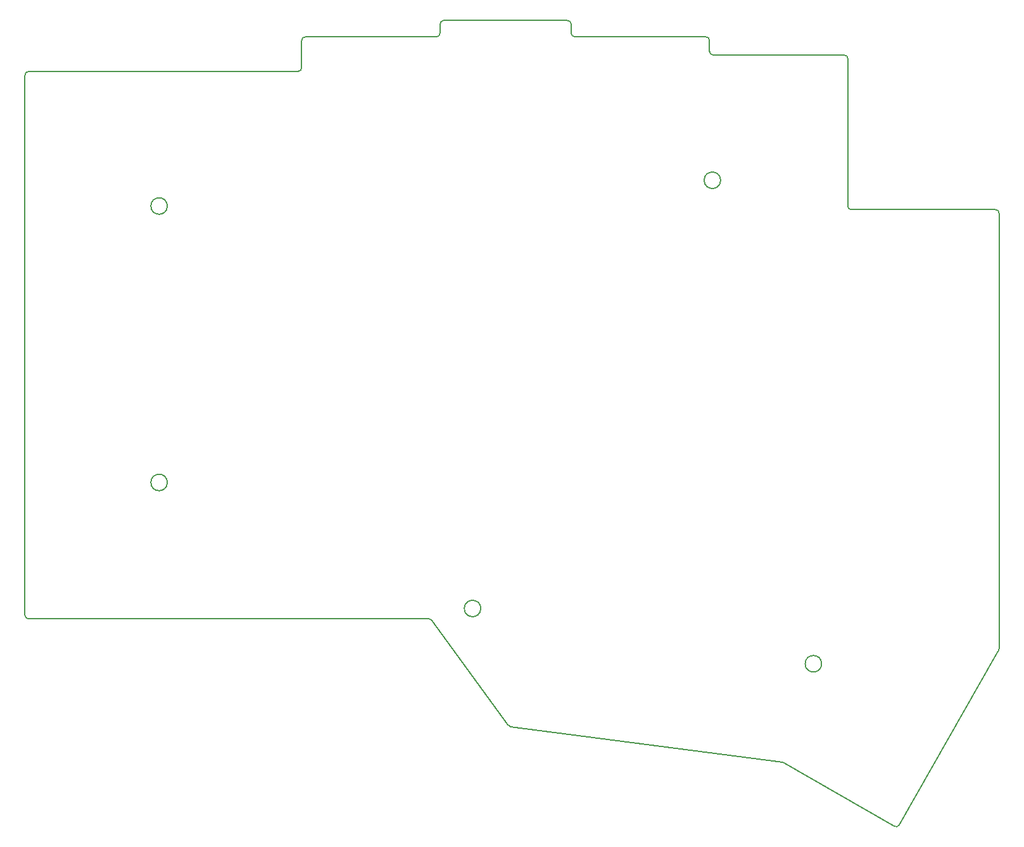
<source format=gm1>
G04 #@! TF.GenerationSoftware,KiCad,Pcbnew,8.0.8+1*
G04 #@! TF.CreationDate,2025-03-02T13:34:37+00:00*
G04 #@! TF.ProjectId,backplate,6261636b-706c-4617-9465-2e6b69636164,0.2*
G04 #@! TF.SameCoordinates,Original*
G04 #@! TF.FileFunction,Profile,NP*
%FSLAX46Y46*%
G04 Gerber Fmt 4.6, Leading zero omitted, Abs format (unit mm)*
G04 Created by KiCad (PCBNEW 8.0.8+1) date 2025-03-02 13:34:37*
%MOMM*%
%LPD*%
G01*
G04 APERTURE LIST*
G04 #@! TA.AperFunction,Profile*
%ADD10C,0.150000*%
G04 #@! TD*
G04 APERTURE END LIST*
D10*
X91316986Y-108497491D02*
X91315014Y-36227500D01*
X91815000Y-35727486D02*
X127815014Y-35726514D01*
X128315000Y-35226514D02*
X128315000Y-31602500D01*
X128815000Y-31102500D02*
X146315000Y-31102500D01*
X146815000Y-30602500D02*
X146815000Y-29409500D01*
X147315000Y-28909500D02*
X163843000Y-28909500D01*
X164343000Y-29409500D02*
X164343000Y-30602500D01*
X164843000Y-31102500D02*
X182343000Y-31102500D01*
X182843000Y-31602500D02*
X182843000Y-33033041D01*
X183342959Y-33533041D02*
X200842436Y-33534459D01*
X201342395Y-34035063D02*
X201318605Y-53726896D01*
X221253000Y-113634096D02*
X208212721Y-136577913D01*
X207528025Y-136763864D02*
X192777482Y-128247634D01*
X192592389Y-128184877D02*
X156258589Y-123427964D01*
X155918609Y-123225565D02*
X145757227Y-109201641D01*
X145352317Y-108995012D02*
X91817009Y-108997477D01*
X201818604Y-54227500D02*
X221068000Y-54227500D01*
X221568000Y-54727500D02*
X221568000Y-112954525D01*
X221501013Y-113204525D02*
X221253000Y-113634096D01*
X91315014Y-36227500D02*
G75*
G02*
X91815000Y-35727514I499986J0D01*
G01*
X128315000Y-35226514D02*
G75*
G02*
X127815013Y-35726500I-500000J14D01*
G01*
X128315000Y-31602500D02*
G75*
G02*
X128815000Y-31102500I500000J0D01*
G01*
X146815000Y-30602500D02*
G75*
G02*
X146315000Y-31102500I-500000J0D01*
G01*
X146815000Y-29409500D02*
G75*
G02*
X147315000Y-28909500I500000J0D01*
G01*
X163843000Y-28909500D02*
G75*
G02*
X164343000Y-29409500I0J-500000D01*
G01*
X164843000Y-31102500D02*
G75*
G02*
X164343000Y-30602500I0J500000D01*
G01*
X182343000Y-31102500D02*
G75*
G02*
X182843000Y-31602500I0J-500000D01*
G01*
X183342959Y-33533041D02*
G75*
G02*
X182842959Y-33033041I41J500041D01*
G01*
X200842436Y-33534459D02*
G75*
G02*
X201342441Y-34035064I-36J-500041D01*
G01*
X201818604Y-54227500D02*
G75*
G02*
X201318600Y-53726896I-4J500000D01*
G01*
X221068000Y-54227500D02*
G75*
G02*
X221568000Y-54727500I0J-500000D01*
G01*
X221568000Y-112954525D02*
G75*
G02*
X221501002Y-113204519I-500000J25D01*
G01*
X208212721Y-136577914D02*
G75*
G02*
X207528017Y-136763878I-434721J247114D01*
G01*
X192592389Y-128184877D02*
G75*
G02*
X192777489Y-128247622I-64889J-495823D01*
G01*
X156258589Y-123427964D02*
G75*
G02*
X155918613Y-123225562I64911J495764D01*
G01*
X145352317Y-108995012D02*
G75*
G02*
X145757197Y-109201663I-17J-499988D01*
G01*
X91817009Y-108997477D02*
G75*
G02*
X91317023Y-108497491I-9J499977D01*
G01*
X110350000Y-53750000D02*
G75*
G02*
X108150000Y-53750000I-1100000J0D01*
G01*
X108150000Y-53750000D02*
G75*
G02*
X110350000Y-53750000I1100000J0D01*
G01*
X110350000Y-90750000D02*
G75*
G02*
X108150000Y-90750000I-1100000J0D01*
G01*
X108150000Y-90750000D02*
G75*
G02*
X110350000Y-90750000I1100000J0D01*
G01*
X184318000Y-50298500D02*
G75*
G02*
X182118000Y-50298500I-1100000J0D01*
G01*
X182118000Y-50298500D02*
G75*
G02*
X184318000Y-50298500I1100000J0D01*
G01*
X152257000Y-107615000D02*
G75*
G02*
X150057000Y-107615000I-1100000J0D01*
G01*
X150057000Y-107615000D02*
G75*
G02*
X152257000Y-107615000I1100000J0D01*
G01*
X197824595Y-115006748D02*
G75*
G02*
X195624595Y-115006748I-1100000J0D01*
G01*
X195624595Y-115006748D02*
G75*
G02*
X197824595Y-115006748I1100000J0D01*
G01*
M02*

</source>
